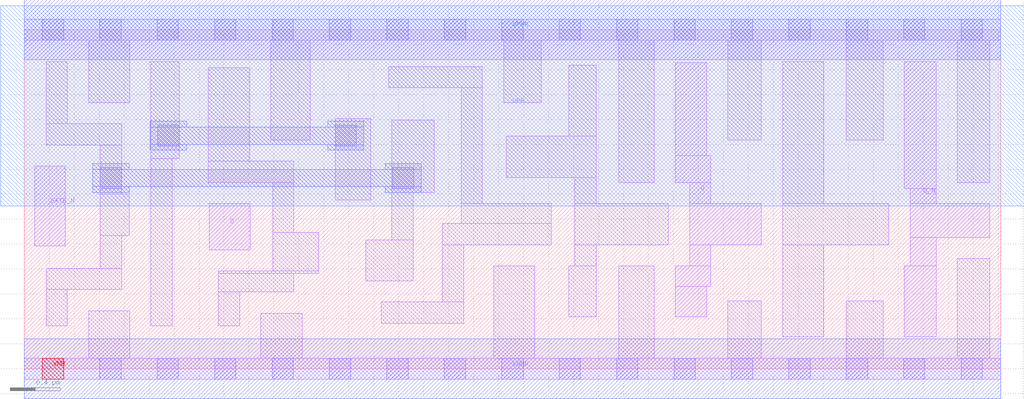
<source format=lef>
# Copyright 2020 The SkyWater PDK Authors
#
# Licensed under the Apache License, Version 2.0 (the "License");
# you may not use this file except in compliance with the License.
# You may obtain a copy of the License at
#
#     https://www.apache.org/licenses/LICENSE-2.0
#
# Unless required by applicable law or agreed to in writing, software
# distributed under the License is distributed on an "AS IS" BASIS,
# WITHOUT WARRANTIES OR CONDITIONS OF ANY KIND, either express or implied.
# See the License for the specific language governing permissions and
# limitations under the License.
#
# SPDX-License-Identifier: Apache-2.0

VERSION 5.7 ;
  NOWIREEXTENSIONATPIN ON ;
  DIVIDERCHAR "/" ;
  BUSBITCHARS "[]" ;
MACRO sky130_fd_sc_hd__dlxbn_2
  CLASS CORE ;
  FOREIGN sky130_fd_sc_hd__dlxbn_2 ;
  ORIGIN  0.000000  0.000000 ;
  SIZE  7.820000 BY  2.720000 ;
  SYMMETRY X Y R90 ;
  SITE unithd ;
  PIN D
    ANTENNAGATEAREA  0.159000 ;
    DIRECTION INPUT ;
    USE SIGNAL ;
    PORT
      LAYER li1 ;
        RECT 1.480000 0.955000 1.810000 1.325000 ;
    END
  END D
  PIN Q
    ANTENNADIFFAREA  0.445500 ;
    DIRECTION OUTPUT ;
    USE SIGNAL ;
    PORT
      LAYER li1 ;
        RECT 5.215000 0.415000 5.465000 0.660000 ;
        RECT 5.215000 0.660000 5.500000 0.825000 ;
        RECT 5.215000 1.495000 5.500000 1.710000 ;
        RECT 5.215000 1.710000 5.465000 2.455000 ;
        RECT 5.330000 0.825000 5.500000 0.995000 ;
        RECT 5.330000 0.995000 5.905000 1.325000 ;
        RECT 5.330000 1.325000 5.500000 1.495000 ;
    END
  END Q
  PIN Q_N
    ANTENNADIFFAREA  0.453750 ;
    DIRECTION OUTPUT ;
    USE SIGNAL ;
    PORT
      LAYER li1 ;
        RECT 7.050000 0.255000 7.305000 0.825000 ;
        RECT 7.050000 1.445000 7.305000 2.465000 ;
        RECT 7.095000 0.825000 7.305000 1.055000 ;
        RECT 7.095000 1.055000 7.735000 1.325000 ;
        RECT 7.095000 1.325000 7.305000 1.445000 ;
    END
  END Q_N
  PIN GATE_N
    ANTENNAGATEAREA  0.159000 ;
    DIRECTION INPUT ;
    USE CLOCK ;
    PORT
      LAYER li1 ;
        RECT 0.085000 0.985000 0.330000 1.625000 ;
    END
  END GATE_N
  PIN VGND
    DIRECTION INOUT ;
    SHAPE ABUTMENT ;
    USE GROUND ;
    PORT
      LAYER met1 ;
        RECT 0.000000 -0.240000 7.820000 0.240000 ;
    END
  END VGND
  PIN VNB
    DIRECTION INOUT ;
    USE GROUND ;
    PORT
      LAYER pwell ;
        RECT 0.145000 -0.085000 0.315000 0.085000 ;
    END
  END VNB
  PIN VPB
    DIRECTION INOUT ;
    USE POWER ;
    PORT
      LAYER nwell ;
        RECT -0.190000 1.305000 8.010000 2.910000 ;
    END
  END VPB
  PIN VPWR
    DIRECTION INOUT ;
    SHAPE ABUTMENT ;
    USE POWER ;
    PORT
      LAYER met1 ;
        RECT 0.000000 2.480000 7.820000 2.960000 ;
    END
  END VPWR
  OBS
    LAYER li1 ;
      RECT 0.000000 -0.085000 7.820000 0.085000 ;
      RECT 0.000000  2.635000 7.820000 2.805000 ;
      RECT 0.175000  0.345000 0.345000 0.635000 ;
      RECT 0.175000  0.635000 0.780000 0.805000 ;
      RECT 0.175000  1.795000 0.780000 1.965000 ;
      RECT 0.175000  1.965000 0.345000 2.465000 ;
      RECT 0.515000  0.085000 0.845000 0.465000 ;
      RECT 0.515000  2.135000 0.845000 2.635000 ;
      RECT 0.610000  0.805000 0.780000 1.070000 ;
      RECT 0.610000  1.070000 0.840000 1.400000 ;
      RECT 0.610000  1.400000 0.780000 1.795000 ;
      RECT 1.015000  0.345000 1.185000 1.685000 ;
      RECT 1.015000  1.685000 1.240000 2.465000 ;
      RECT 1.475000  1.495000 2.160000 1.665000 ;
      RECT 1.475000  1.665000 1.805000 2.415000 ;
      RECT 1.555000  0.345000 1.725000 0.615000 ;
      RECT 1.555000  0.615000 2.160000 0.765000 ;
      RECT 1.555000  0.765000 2.360000 0.785000 ;
      RECT 1.895000  0.085000 2.225000 0.445000 ;
      RECT 1.975000  1.835000 2.290000 2.635000 ;
      RECT 1.990000  0.785000 2.360000 1.095000 ;
      RECT 1.990000  1.095000 2.160000 1.495000 ;
      RECT 2.490000  1.355000 2.775000 2.005000 ;
      RECT 2.735000  0.705000 3.115000 1.035000 ;
      RECT 2.860000  0.365000 3.520000 0.535000 ;
      RECT 2.920000  2.255000 3.670000 2.425000 ;
      RECT 2.945000  1.035000 3.115000 1.415000 ;
      RECT 2.945000  1.415000 3.285000 1.995000 ;
      RECT 3.350000  0.535000 3.520000 0.995000 ;
      RECT 3.350000  0.995000 4.220000 1.165000 ;
      RECT 3.500000  1.165000 4.220000 1.325000 ;
      RECT 3.500000  1.325000 3.670000 2.255000 ;
      RECT 3.760000  0.085000 4.090000 0.825000 ;
      RECT 3.840000  2.135000 4.140000 2.635000 ;
      RECT 3.860000  1.535000 4.580000 1.865000 ;
      RECT 4.360000  0.415000 4.580000 0.825000 ;
      RECT 4.360000  1.865000 4.580000 2.435000 ;
      RECT 4.410000  0.825000 4.580000 0.995000 ;
      RECT 4.410000  0.995000 5.160000 1.325000 ;
      RECT 4.410000  1.325000 4.580000 1.535000 ;
      RECT 4.760000  0.085000 5.045000 0.825000 ;
      RECT 4.760000  1.495000 5.045000 2.635000 ;
      RECT 5.635000  0.085000 5.905000 0.545000 ;
      RECT 5.635000  1.835000 5.905000 2.635000 ;
      RECT 6.075000  0.255000 6.405000 0.995000 ;
      RECT 6.075000  0.995000 6.925000 1.325000 ;
      RECT 6.075000  1.325000 6.405000 2.465000 ;
      RECT 6.585000  0.085000 6.880000 0.545000 ;
      RECT 6.585000  1.835000 6.880000 2.635000 ;
      RECT 7.475000  0.085000 7.735000 0.885000 ;
      RECT 7.475000  1.495000 7.735000 2.635000 ;
    LAYER mcon ;
      RECT 0.145000 -0.085000 0.315000 0.085000 ;
      RECT 0.145000  2.635000 0.315000 2.805000 ;
      RECT 0.605000 -0.085000 0.775000 0.085000 ;
      RECT 0.605000  2.635000 0.775000 2.805000 ;
      RECT 0.610000  1.445000 0.780000 1.615000 ;
      RECT 1.065000 -0.085000 1.235000 0.085000 ;
      RECT 1.065000  2.635000 1.235000 2.805000 ;
      RECT 1.070000  1.785000 1.240000 1.955000 ;
      RECT 1.525000 -0.085000 1.695000 0.085000 ;
      RECT 1.525000  2.635000 1.695000 2.805000 ;
      RECT 1.985000 -0.085000 2.155000 0.085000 ;
      RECT 1.985000  2.635000 2.155000 2.805000 ;
      RECT 2.445000 -0.085000 2.615000 0.085000 ;
      RECT 2.445000  2.635000 2.615000 2.805000 ;
      RECT 2.490000  1.785000 2.660000 1.955000 ;
      RECT 2.905000 -0.085000 3.075000 0.085000 ;
      RECT 2.905000  2.635000 3.075000 2.805000 ;
      RECT 2.950000  1.445000 3.120000 1.615000 ;
      RECT 3.365000 -0.085000 3.535000 0.085000 ;
      RECT 3.365000  2.635000 3.535000 2.805000 ;
      RECT 3.825000 -0.085000 3.995000 0.085000 ;
      RECT 3.825000  2.635000 3.995000 2.805000 ;
      RECT 4.285000 -0.085000 4.455000 0.085000 ;
      RECT 4.285000  2.635000 4.455000 2.805000 ;
      RECT 4.745000 -0.085000 4.915000 0.085000 ;
      RECT 4.745000  2.635000 4.915000 2.805000 ;
      RECT 5.205000 -0.085000 5.375000 0.085000 ;
      RECT 5.205000  2.635000 5.375000 2.805000 ;
      RECT 5.665000 -0.085000 5.835000 0.085000 ;
      RECT 5.665000  2.635000 5.835000 2.805000 ;
      RECT 6.125000 -0.085000 6.295000 0.085000 ;
      RECT 6.125000  2.635000 6.295000 2.805000 ;
      RECT 6.585000 -0.085000 6.755000 0.085000 ;
      RECT 6.585000  2.635000 6.755000 2.805000 ;
      RECT 7.045000 -0.085000 7.215000 0.085000 ;
      RECT 7.045000  2.635000 7.215000 2.805000 ;
      RECT 7.505000 -0.085000 7.675000 0.085000 ;
      RECT 7.505000  2.635000 7.675000 2.805000 ;
    LAYER met1 ;
      RECT 0.550000 1.415000 0.840000 1.460000 ;
      RECT 0.550000 1.460000 3.180000 1.600000 ;
      RECT 0.550000 1.600000 0.840000 1.645000 ;
      RECT 1.010000 1.755000 1.300000 1.800000 ;
      RECT 1.010000 1.800000 2.720000 1.940000 ;
      RECT 1.010000 1.940000 1.300000 1.985000 ;
      RECT 2.430000 1.755000 2.720000 1.800000 ;
      RECT 2.430000 1.940000 2.720000 1.985000 ;
      RECT 2.890000 1.415000 3.180000 1.460000 ;
      RECT 2.890000 1.600000 3.180000 1.645000 ;
  END
END sky130_fd_sc_hd__dlxbn_2
END LIBRARY

</source>
